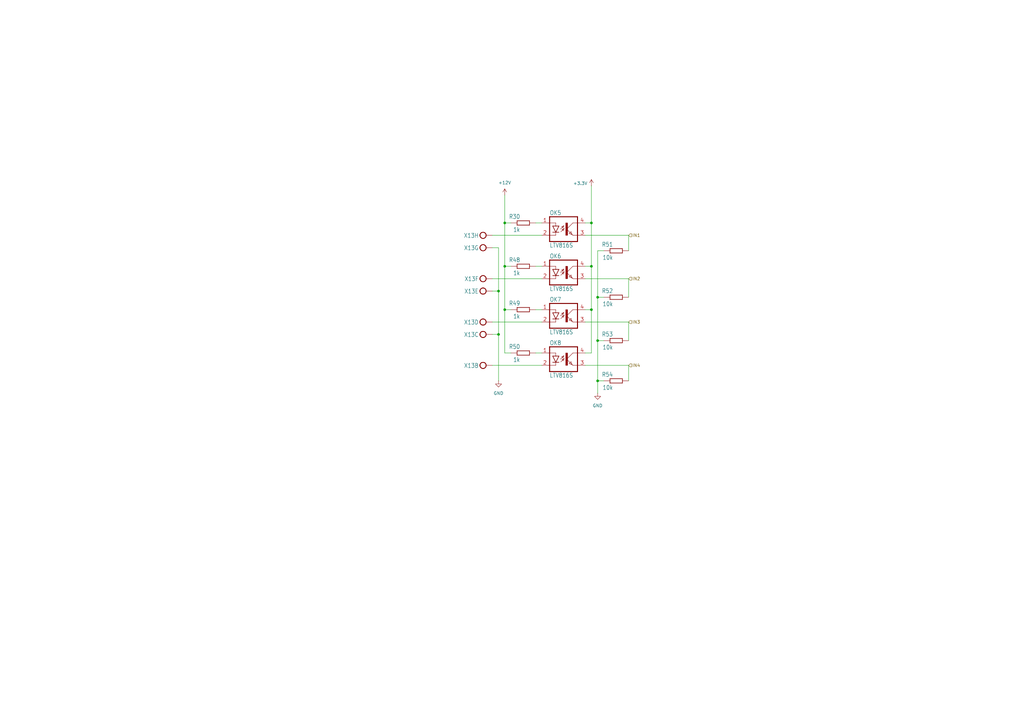
<source format=kicad_sch>
(kicad_sch (version 20250114) (generator "eeschema") (generator_version "9.0")
  (paper "A3")
  (title_block (title "RTU-Eneragro") (date "2025-08-29") (rev "2.0") (company "ELECTROSHOP") (comment 1 "Colaborator 1: Eliceo Ocampo Ccoicca"))
  (lib_symbols
    (symbol "RTU_Agro_V4-eagle-import:LTV816S"
      (property "Reference" "OK" (at -6.985 5.715 0))
      (symbol "LTV816S_1_0"
        (polyline (pts (xy -6.985 5.08) (xy -6.985 -5.08)) (stroke (width 0.4064)))
        (polyline (pts (xy -6.985 5.08) (xy 4.445 5.08)) (stroke (width 0.4064)))
        (polyline (pts (xy -6.985 -5.08) (xy 4.445 -5.08)) (stroke (width 0.4064)))
        (polyline (pts (xy -4.445 2.54) (xy -7.62 2.54)) (stroke (width 0.1524)))
        (polyline (pts (xy -4.445 2.54) (xy -4.445 1.27)) (stroke (width 0.1524)))
        (polyline (pts (xy -4.445 1.27) (xy -5.715 1.27)) (stroke (width 0.254)))
        (polyline (pts (xy -4.445 -1.27) (xy -5.715 1.27)) (stroke (width 0.254)))
        (polyline (pts (xy -4.445 -1.27) (xy -5.715 -1.27)) (stroke (width 0.254)))
        (polyline (pts (xy -4.445 -1.27) (xy -4.445 -2.54)) (stroke (width 0.1524)))
        (polyline (pts (xy -4.445 -2.54) (xy -7.62 -2.54)) (stroke (width 0.1524)))
        (polyline (pts (xy -3.175 1.27) (xy -4.445 1.27)) (stroke (width 0.254)))
        (polyline (pts (xy -3.175 1.27) (xy -4.445 -1.27)) (stroke (width 0.254)))
        (polyline (pts (xy -3.175 -1.27) (xy -4.445 -1.27)) (stroke (width 0.254)))
        (polyline (pts (xy -2.54 0) (xy -1.143 1.397)) (stroke (width 0.1524)))
        (polyline (pts (xy -2.413 -1.143) (xy -1.016 0.254)) (stroke (width 0.1524)))
        (polyline (pts (xy -2.032 1.016) (xy -1.524 0.508)) (stroke (width 0.1524)))
        (polyline (pts (xy -1.905 -0.127) (xy -1.397 -0.635)) (stroke (width 0.1524)))
        (polyline (pts (xy -1.524 0.508) (xy -1.143 1.397)) (stroke (width 0.1524)))
        (polyline (pts (xy -1.397 -0.635) (xy -1.016 0.254)) (stroke (width 0.1524)))
        (polyline (pts (xy -1.143 1.397) (xy -2.032 1.016)) (stroke (width 0.1524)))
        (polyline (pts (xy -1.016 0.254) (xy -1.905 -0.127)) (stroke (width 0.1524)))
        (rectangle (start -0.381 -2.54) (end 0.381 2.54) (fill (type outline)))
        (polyline (pts (xy 0 0) (xy 2.286 -2.286)) (stroke (width 0.1524)))
        (polyline (pts (xy 1.016 -1.778) (xy 1.778 -1.016)) (stroke (width 0.1524)))
        (polyline (pts (xy 1.778 -1.016) (xy 2.286 -2.286)) (stroke (width 0.1524)))
        (polyline (pts (xy 2.286 -2.286) (xy 1.016 -1.778)) (stroke (width 0.1524)))
        (polyline (pts (xy 2.286 -2.286) (xy 2.54 -2.54)) (stroke (width 0.1524)))
        (polyline (pts (xy 2.54 2.54) (xy 0 0)) (stroke (width 0.1524)))
        (polyline (pts (xy 2.54 2.54) (xy 5.08 2.54)) (stroke (width 0.1524)))
        (polyline (pts (xy 2.54 -2.54) (xy 5.08 -2.54)) (stroke (width 0.1524)))
        (polyline (pts (xy 4.445 5.08) (xy 4.445 -5.08)) (stroke (width 0.4064)))
        (pin passive line (at -10.16 2.54 0) (length 2.54) (name "A") (number "1"))
        (pin passive line (at -10.16 -2.54 0) (length 2.54) (name "C") (number "2"))
        (pin passive line (at 7.62 2.54 180) (length 2.54) (name "COL") (number "4"))
        (pin passive line (at 7.62 -2.54 180) (length 2.54) (name "EMIT") (number "3"))
      )
    )
    (symbol "RTU_Agro_V4-eagle-import:MKDSN1,5/8-5,08"
      (property "Reference" "X" (at 3.048 -0.889 0))
      (symbol "MKDSN1,5/8-5,08_1_0"
        (circle (center 1.27 0) (radius 1.27) (stroke (width 0.254)))
        (circle (center 1.27 0) (radius 1.27) (stroke (width 0.254)))
        (circle (center 1.27 0) (radius 1.27) (stroke (width 0.254)))
        (pin passive line (at -2.54 0 0) (length 2.54) (name "KL") (number "1"))
      )
      (symbol "MKDSN1,5/8-5,08_2_0"
        (circle (center 1.27 0) (radius 1.27) (stroke (width 0.254)))
        (circle (center 1.27 0) (radius 1.27) (stroke (width 0.254)))
        (circle (center 1.27 0) (radius 1.27) (stroke (width 0.254)))
        (pin passive line (at -2.54 0 0) (length 2.54) (name "KL") (number "2"))
      )
      (symbol "MKDSN1,5/8-5,08_3_0"
        (circle (center 1.27 0) (radius 1.27) (stroke (width 0.254)))
        (circle (center 1.27 0) (radius 1.27) (stroke (width 0.254)))
        (circle (center 1.27 0) (radius 1.27) (stroke (width 0.254)))
        (pin passive line (at -2.54 0 0) (length 2.54) (name "KL") (number "3"))
      )
      (symbol "MKDSN1,5/8-5,08_4_0"
        (circle (center 1.27 0) (radius 1.27) (stroke (width 0.254)))
        (circle (center 1.27 0) (radius 1.27) (stroke (width 0.254)))
        (circle (center 1.27 0) (radius 1.27) (stroke (width 0.254)))
        (pin passive line (at -2.54 0 0) (length 2.54) (name "KL") (number "4"))
      )
      (symbol "MKDSN1,5/8-5,08_5_0"
        (circle (center 1.27 0) (radius 1.27) (stroke (width 0.254)))
        (circle (center 1.27 0) (radius 1.27) (stroke (width 0.254)))
        (circle (center 1.27 0) (radius 1.27) (stroke (width 0.254)))
        (pin passive line (at -2.54 0 0) (length 2.54) (name "KL") (number "5"))
      )
      (symbol "MKDSN1,5/8-5,08_6_0"
        (circle (center 1.27 0) (radius 1.27) (stroke (width 0.254)))
        (circle (center 1.27 0) (radius 1.27) (stroke (width 0.254)))
        (circle (center 1.27 0) (radius 1.27) (stroke (width 0.254)))
        (pin passive line (at -2.54 0 0) (length 2.54) (name "KL") (number "6"))
      )
      (symbol "MKDSN1,5/8-5,08_7_0"
        (circle (center 1.27 0) (radius 1.27) (stroke (width 0.254)))
        (circle (center 1.27 0) (radius 1.27) (stroke (width 0.254)))
        (circle (center 1.27 0) (radius 1.27) (stroke (width 0.254)))
        (pin passive line (at -2.54 0 0) (length 2.54) (name "KL") (number "7"))
      )
      (symbol "MKDSN1,5/8-5,08_8_0"
        (circle (center 1.27 0) (radius 1.27) (stroke (width 0.254)))
        (circle (center 1.27 0) (radius 1.27) (stroke (width 0.254)))
        (circle (center 1.27 0) (radius 1.27) (stroke (width 0.254)))
        (pin passive line (at -2.54 0 0) (length 2.54) (name "KL") (number "8"))
      )
    )
    (symbol "RTU_Agro_V4-eagle-import:R-EU_R0603"
      (property "Reference" "R" (at -3.81 1.4986 0))
      (symbol "R-EU_R0603_1_0"
        (polyline (pts (xy -2.54 -0.889) (xy -2.54 0.889)) (stroke (width 0.254)))
        (polyline (pts (xy -2.54 -0.889) (xy 2.54 -0.889)) (stroke (width 0.254)))
        (polyline (pts (xy 2.54 0.889) (xy -2.54 0.889)) (stroke (width 0.254)))
        (polyline (pts (xy 2.54 -0.889) (xy 2.54 0.889)) (stroke (width 0.254)))
        (pin passive line (at -5.08 0 0) (length 2.54) (name "1") (number "1"))
        (pin passive line (at 5.08 0 180) (length 2.54) (name "2") (number "2"))
      )
    )
    (symbol "power:+12V" (power) (pin_numbers (hide yes)) (pin_names (offset 0) (hide yes))
      (property "Value" "+12V" (at 0 3.556 0))
      (symbol "+12V_0_1"
        (polyline (pts (xy -0.762 1.27) (xy 0 2.54)))
        (polyline (pts (xy 0 2.54) (xy 0.762 1.27)))
        (polyline (pts (xy 0 0) (xy 0 2.54)))
      )
      (symbol "+12V_1_1"
        (pin power_in line (at 0 0 90) (length 0) (name "~") (number "1"))
      )
    )
    (symbol "power:+3.3V" (power) (pin_numbers (hide yes)) (pin_names (offset 0) (hide yes))
      (property "Value" "+3.3V" (at 0 3.556 0))
      (symbol "+3.3V_0_1"
        (polyline (pts (xy -0.762 1.27) (xy 0 2.54)))
        (polyline (pts (xy 0 2.54) (xy 0.762 1.27)))
        (polyline (pts (xy 0 0) (xy 0 2.54)))
      )
      (symbol "+3.3V_1_1"
        (pin power_in line (at 0 0 90) (length 0) (name "~") (number "1"))
      )
    )
    (symbol "power:GND" (power) (pin_numbers (hide yes)) (pin_names (offset 0) (hide yes))
      (property "Value" "GND" (at 0 -3.81 0))
      (symbol "GND_0_1"
        (polyline (pts (xy 0 0) (xy 0 -1.27) (xy 1.27 -1.27) (xy 0 -2.54) (xy -1.27 -1.27) (xy 0 -1.27)))
      )
      (symbol "GND_1_1"
        (pin power_in line (at 0 0 270) (length 0) (name "~") (number "1"))
      )
    )
  )
  (junction (at 204.47 137.16))
  (junction (at 242.57 127))
  (junction (at 204.47 119.38))
  (junction (at 242.57 91.44))
  (junction (at 207.01 91.44))
  (junction (at 207.01 127))
  (junction (at 207.01 109.22))
  (junction (at 242.57 109.22))
  (junction (at 245.11 139.7))
  (junction (at 245.11 121.92))
  (junction (at 245.11 156.21))
  (wire (pts (xy 257.81 149.86) (xy 257.81 156.21)) (stroke (width 0.1524)))
  (wire (pts (xy 201.93 119.38) (xy 204.47 119.38)) (stroke (width 0.1524)))
  (wire (pts (xy 222.25 114.3) (xy 201.93 114.3)) (stroke (width 0.1524)))
  (wire (pts (xy 245.11 102.87) (xy 245.11 121.92)) (stroke (width 0.1524)))
  (wire (pts (xy 222.25 109.22) (xy 219.71 109.22)) (stroke (width 0.1524)))
  (wire (pts (xy 209.55 144.78) (xy 207.01 144.78)) (stroke (width 0.1524)))
  (wire (pts (xy 240.03 127) (xy 242.57 127)) (stroke (width 0.1524)))
  (wire (pts (xy 240.03 132.08) (xy 257.81 132.08)) (stroke (width 0.1524)))
  (wire (pts (xy 204.47 137.16) (xy 204.47 156.21)))
  (wire (pts (xy 222.25 91.44) (xy 219.71 91.44)) (stroke (width 0.1524)))
  (wire (pts (xy 247.65 102.87) (xy 245.11 102.87)) (stroke (width 0.1524)))
  (wire (pts (xy 240.03 149.86) (xy 257.81 149.86)) (stroke (width 0.1524)))
  (wire (pts (xy 245.11 139.7) (xy 245.11 156.21)) (stroke (width 0.1524)))
  (wire (pts (xy 242.57 127) (xy 242.57 144.78)) (stroke (width 0.1524)))
  (wire (pts (xy 247.65 156.21) (xy 245.11 156.21)) (stroke (width 0.1524)))
  (wire (pts (xy 204.47 101.6) (xy 204.47 119.38)) (stroke (width 0.1524)))
  (wire (pts (xy 240.03 109.22) (xy 242.57 109.22)) (stroke (width 0.1524)))
  (wire (pts (xy 222.25 144.78) (xy 219.71 144.78)) (stroke (width 0.1524)))
  (wire (pts (xy 201.93 101.6) (xy 204.47 101.6)) (stroke (width 0.1524)))
  (wire (pts (xy 222.25 132.08) (xy 201.93 132.08)) (stroke (width 0.1524)))
  (wire (pts (xy 207.01 144.78) (xy 207.01 127)) (stroke (width 0.1524)))
  (wire (pts (xy 242.57 109.22) (xy 242.57 127)) (stroke (width 0.1524)))
  (wire (pts (xy 204.47 119.38) (xy 204.47 137.16)) (stroke (width 0.1524)))
  (wire (pts (xy 207.01 109.22) (xy 207.01 91.44)) (stroke (width 0.1524)))
  (wire (pts (xy 222.25 96.52) (xy 201.93 96.52)) (stroke (width 0.1524)))
  (wire (pts (xy 209.55 127) (xy 207.01 127)) (stroke (width 0.1524)))
  (wire (pts (xy 257.81 132.08) (xy 257.81 139.7)) (stroke (width 0.1524)))
  (wire (pts (xy 240.03 96.52) (xy 257.81 96.52)) (stroke (width 0.1524)))
  (wire (pts (xy 240.03 114.3) (xy 257.81 114.3)) (stroke (width 0.1524)))
  (wire (pts (xy 222.25 127) (xy 219.71 127)) (stroke (width 0.1524)))
  (wire (pts (xy 242.57 76.2) (xy 242.57 91.44)) (stroke (width 0.1524)))
  (wire (pts (xy 201.93 137.16) (xy 204.47 137.16)) (stroke (width 0.1524)))
  (wire (pts (xy 245.11 121.92) (xy 245.11 139.7)) (stroke (width 0.1524)))
  (wire (pts (xy 247.65 121.92) (xy 245.11 121.92)) (stroke (width 0.1524)))
  (wire (pts (xy 207.01 127) (xy 207.01 109.22)) (stroke (width 0.1524)))
  (wire (pts (xy 247.65 139.7) (xy 245.11 139.7)) (stroke (width 0.1524)))
  (wire (pts (xy 207.01 91.44) (xy 209.55 91.44)) (stroke (width 0.1524)))
  (wire (pts (xy 245.11 156.21) (xy 245.11 161.29)))
  (wire (pts (xy 240.03 144.78) (xy 242.57 144.78)) (stroke (width 0.1524)))
  (wire (pts (xy 207.01 80.01) (xy 207.01 91.44)) (stroke (width 0.1524)))
  (wire (pts (xy 257.81 96.52) (xy 257.81 102.87)) (stroke (width 0.1524)))
  (wire (pts (xy 240.03 91.44) (xy 242.57 91.44)) (stroke (width 0.1524)))
  (wire (pts (xy 222.25 149.86) (xy 201.93 149.86)) (stroke (width 0.1524)))
  (wire (pts (xy 242.57 91.44) (xy 242.57 109.22)) (stroke (width 0.1524)))
  (wire (pts (xy 257.81 114.3) (xy 257.81 121.92)) (stroke (width 0.1524)))
  (wire (pts (xy 209.55 109.22) (xy 207.01 109.22)) (stroke (width 0.1524)))
  (hierarchical_label "IN4" (shape input) (at 257.81 149.86 0))
  (hierarchical_label "IN3" (shape input) (at 257.81 132.08 0))
  (hierarchical_label "IN1" (shape input) (at 257.81 96.52 0))
  (hierarchical_label "IN2" (shape input) (at 257.81 114.3 0))
  (symbol (lib_id "RTU_Agro_V4-eagle-import:MKDSN1,5/8-5,08") (at 199.39 137.16 180) (unit 3)
    (property "Reference" "X13" (at 196.342 136.271 0) (effects (font (size 1.778 1.5113)) (justify left bottom)))
    (property "Value" "MKDSN1,5/8-5,08" (effects (hide yes)))
    (property "Footprint" "RTU_Agro_V4:MKDSN1,5_8-5,08" (effects (hide yes)))
  )
  (symbol (lib_id "power:GND") (at 245.11 161.29 0) (unit 1)
    (property "Reference" "#PWR075" (effects (hide yes)))
    (property "Value" "GND" (at 245.11 166.37 0))
    (property "Description" "Power symbol creates a global label with name \"GND\" , ground" (effects (hide yes)))
  )
  (symbol (lib_id "RTU_Agro_V4-eagle-import:R-EU_R0603") (at 252.73 156.21 180) (unit 1)
    (property "Reference" "R54" (at 251.46 152.6286 0) (effects (font (size 1.778 1.5113)) (justify left bottom)))
    (property "Value" "10k" (at 251.46 157.988 0) (effects (font (size 1.778 1.5113)) (justify left bottom)))
    (property "Footprint" "RTU_Agro_V4:R0603" (effects (hide yes)))
  )
  (symbol (lib_id "RTU_Agro_V4-eagle-import:R-EU_R0603") (at 252.73 121.92 180) (unit 1)
    (property "Reference" "R52" (at 251.46 118.3386 0) (effects (font (size 1.778 1.5113)) (justify left bottom)))
    (property "Value" "10k" (at 251.46 123.698 0) (effects (font (size 1.778 1.5113)) (justify left bottom)))
    (property "Footprint" "RTU_Agro_V4:R0603" (effects (hide yes)))
  )
  (symbol (lib_id "RTU_Agro_V4-eagle-import:LTV816S") (at 232.41 93.98 0) (unit 1)
    (property "Reference" "OK5" (at 225.425 88.265 0) (effects (font (size 1.778 1.5113)) (justify left bottom)))
    (property "Value" "LTV816S" (at 225.425 101.6 0) (effects (font (size 1.778 1.5113)) (justify left bottom)))
    (property "Footprint" "RTU_Agro_V4:DIL4-SMD" (effects (hide yes)))
  )
  (symbol (lib_id "RTU_Agro_V4-eagle-import:MKDSN1,5/8-5,08") (at 199.39 119.38 180) (unit 5)
    (property "Reference" "X13" (at 196.342 118.491 0) (effects (font (size 1.778 1.5113)) (justify left bottom)))
    (property "Value" "MKDSN1,5/8-5,08" (effects (hide yes)))
    (property "Footprint" "RTU_Agro_V4:MKDSN1,5_8-5,08" (effects (hide yes)))
  )
  (symbol (lib_id "power:+3.3V") (at 242.57 76.2 0) (unit 1)
    (property "Reference" "#PWR072" (effects (hide yes)))
    (property "Value" "+3.3V" (at 237.998 75.184 0))
    (property "Description" "Power symbol creates a global label with name \"+3.3V\"" (effects (hide yes)))
  )
  (symbol (lib_id "RTU_Agro_V4-eagle-import:R-EU_R0603") (at 252.73 139.7 180) (unit 1)
    (property "Reference" "R53" (at 251.46 136.1186 0) (effects (font (size 1.778 1.5113)) (justify left bottom)))
    (property "Value" "10k" (at 251.46 141.478 0) (effects (font (size 1.778 1.5113)) (justify left bottom)))
    (property "Footprint" "RTU_Agro_V4:R0603" (effects (hide yes)))
  )
  (symbol (lib_id "RTU_Agro_V4-eagle-import:R-EU_R0603") (at 214.63 144.78 180) (unit 1)
    (property "Reference" "R50" (at 213.36 141.1986 0) (effects (font (size 1.778 1.5113)) (justify left bottom)))
    (property "Value" "1k" (at 213.36 146.558 0) (effects (font (size 1.778 1.5113)) (justify left bottom)))
    (property "Footprint" "RTU_Agro_V4:R0603" (effects (hide yes)))
  )
  (symbol (lib_id "RTU_Agro_V4-eagle-import:MKDSN1,5/8-5,08") (at 199.39 132.08 180) (unit 4)
    (property "Reference" "X13" (at 196.342 131.191 0) (effects (font (size 1.778 1.5113)) (justify left bottom)))
    (property "Value" "MKDSN1,5/8-5,08" (effects (hide yes)))
    (property "Footprint" "RTU_Agro_V4:MKDSN1,5_8-5,08" (effects (hide yes)))
  )
  (symbol (lib_id "RTU_Agro_V4-eagle-import:R-EU_R0603") (at 214.63 91.44 180) (unit 1)
    (property "Reference" "R30" (at 213.36 87.8586 0) (effects (font (size 1.778 1.5113)) (justify left bottom)))
    (property "Value" "1k" (at 213.36 93.218 0) (effects (font (size 1.778 1.5113)) (justify left bottom)))
    (property "Footprint" "RTU_Agro_V4:R0603" (effects (hide yes)))
  )
  (symbol (lib_id "RTU_Agro_V4-eagle-import:R-EU_R0603") (at 214.63 127 180) (unit 1)
    (property "Reference" "R49" (at 213.36 123.4186 0) (effects (font (size 1.778 1.5113)) (justify left bottom)))
    (property "Value" "1k" (at 213.36 128.778 0) (effects (font (size 1.778 1.5113)) (justify left bottom)))
    (property "Footprint" "RTU_Agro_V4:R0603" (effects (hide yes)))
  )
  (symbol (lib_id "RTU_Agro_V4-eagle-import:LTV816S") (at 232.41 129.54 0) (unit 1)
    (property "Reference" "OK7" (at 225.425 123.825 0) (effects (font (size 1.778 1.5113)) (justify left bottom)))
    (property "Value" "LTV816S" (at 225.425 137.16 0) (effects (font (size 1.778 1.5113)) (justify left bottom)))
    (property "Footprint" "RTU_Agro_V4:DIL4-SMD" (effects (hide yes)))
  )
  (symbol (lib_id "RTU_Agro_V4-eagle-import:LTV816S") (at 232.41 147.32 0) (unit 1)
    (property "Reference" "OK8" (at 225.425 141.605 0) (effects (font (size 1.778 1.5113)) (justify left bottom)))
    (property "Value" "LTV816S" (at 225.425 154.94 0) (effects (font (size 1.778 1.5113)) (justify left bottom)))
    (property "Footprint" "RTU_Agro_V4:DIL4-SMD" (effects (hide yes)))
  )
  (symbol (lib_id "RTU_Agro_V4-eagle-import:LTV816S") (at 232.41 111.76 0) (unit 1)
    (property "Reference" "OK6" (at 225.425 106.045 0) (effects (font (size 1.778 1.5113)) (justify left bottom)))
    (property "Value" "LTV816S" (at 225.425 119.38 0) (effects (font (size 1.778 1.5113)) (justify left bottom)))
    (property "Footprint" "RTU_Agro_V4:DIL4-SMD" (effects (hide yes)))
  )
  (symbol (lib_id "RTU_Agro_V4-eagle-import:MKDSN1,5/8-5,08") (at 199.39 101.6 180) (unit 7)
    (property "Reference" "X13" (at 196.342 100.711 0) (effects (font (size 1.778 1.5113)) (justify left bottom)))
    (property "Value" "MKDSN1,5/8-5,08" (effects (hide yes)))
    (property "Footprint" "RTU_Agro_V4:MKDSN1,5_8-5,08" (effects (hide yes)))
  )
  (symbol (lib_id "RTU_Agro_V4-eagle-import:R-EU_R0603") (at 214.63 109.22 180) (unit 1)
    (property "Reference" "R48" (at 213.36 105.6386 0) (effects (font (size 1.778 1.5113)) (justify left bottom)))
    (property "Value" "1k" (at 213.36 110.998 0) (effects (font (size 1.778 1.5113)) (justify left bottom)))
    (property "Footprint" "RTU_Agro_V4:R0603" (effects (hide yes)))
  )
  (symbol (lib_id "RTU_Agro_V4-eagle-import:MKDSN1,5/8-5,08") (at 199.39 114.3 180) (unit 6)
    (property "Reference" "X13" (at 196.342 113.411 0) (effects (font (size 1.778 1.5113)) (justify left bottom)))
    (property "Value" "MKDSN1,5/8-5,08" (effects (hide yes)))
    (property "Footprint" "RTU_Agro_V4:MKDSN1,5_8-5,08" (effects (hide yes)))
  )
  (symbol (lib_id "power:GND") (at 204.47 156.21 0) (unit 1)
    (property "Reference" "#PWR074" (effects (hide yes)))
    (property "Value" "GND" (at 204.47 161.29 0))
    (property "Description" "Power symbol creates a global label with name \"GND\" , ground" (effects (hide yes)))
  )
  (symbol (lib_id "power:+12V") (at 207.01 80.01 0) (unit 1)
    (property "Reference" "#PWR071" (effects (hide yes)))
    (property "Value" "+12V" (at 207.01 74.93 0))
    (property "Description" "Power symbol creates a global label with name \"+12V\"" (effects (hide yes)))
  )
  (symbol (lib_id "RTU_Agro_V4-eagle-import:MKDSN1,5/8-5,08") (at 199.39 96.52 180) (unit 8)
    (property "Reference" "X13" (at 196.342 95.631 0) (effects (font (size 1.778 1.5113)) (justify left bottom)))
    (property "Value" "MKDSN1,5/8-5,08" (effects (hide yes)))
    (property "Footprint" "RTU_Agro_V4:MKDSN1,5_8-5,08" (effects (hide yes)))
  )
  (symbol (lib_id "RTU_Agro_V4-eagle-import:R-EU_R0603") (at 252.73 102.87 180) (unit 1)
    (property "Reference" "R51" (at 251.46 99.2886 0) (effects (font (size 1.778 1.5113)) (justify left bottom)))
    (property "Value" "10k" (at 251.46 104.648 0) (effects (font (size 1.778 1.5113)) (justify left bottom)))
    (property "Footprint" "RTU_Agro_V4:R0603" (effects (hide yes)))
  )
  (symbol (lib_id "RTU_Agro_V4-eagle-import:MKDSN1,5/8-5,08") (at 199.39 149.86 180) (unit 2)
    (property "Reference" "X13" (at 196.342 148.971 0) (effects (font (size 1.778 1.5113)) (justify left bottom)))
    (property "Value" "MKDSN1,5/8-5,08" (effects (hide yes)))
    (property "Footprint" "RTU_Agro_V4:MKDSN1,5_8-5,08" (effects (hide yes)))
  )
)
</source>
